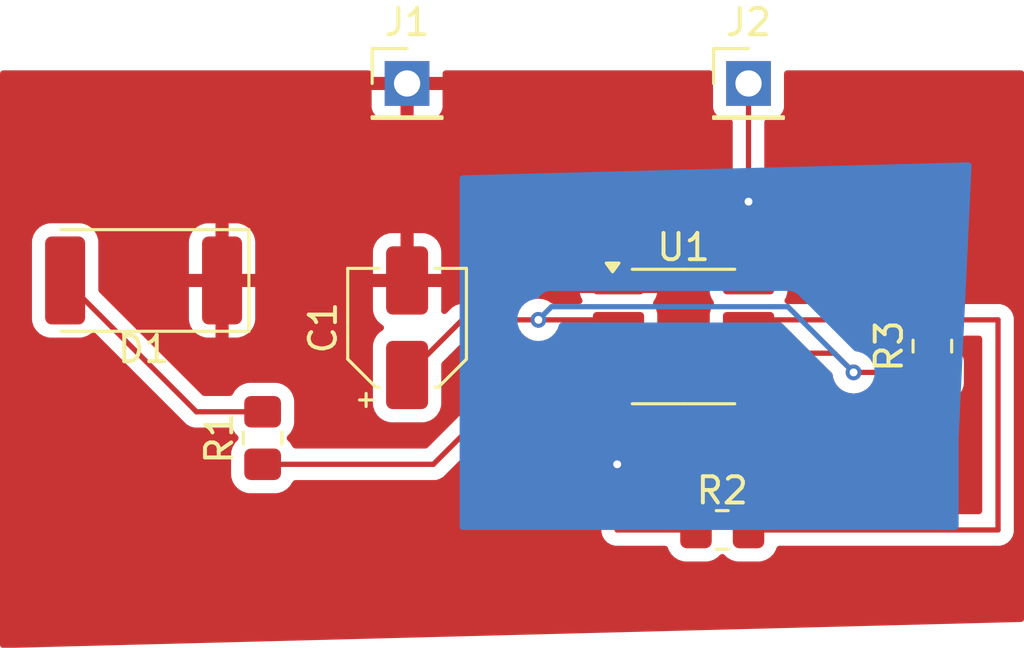
<source format=kicad_pcb>
(kicad_pcb (version 20240108) (generator "pcbnew") (generator_version "8.0")
  (layers (0 "F.Cu" signal) (31 "B.Cu" signal) (34 "B.Paste" user) (35 "F.Paste" user) (36 "B.SilkS" user "B.Silkscreen") (37 "F.SilkS" user "F.Silkscreen") (38 "B.Mask" user) (39 "F.Mask" user) (44 "Edge.Cuts" user))
  (net 0 "")
  (net 1 "GND")
  (net 2 "Net-(U1-THR)")
  (net 3 "Net-(D1-A)")
  (net 4 "Net-(U1-Q)")
  (net 5 "9V")
  (net 6 "Net-(U1-DIS)")
  (footprint "LED_SMD:LED_2512_6332Metric_Pad1.52x3.35mm_HandSolder" (layer "F.Cu") (at 123.9675 62.5 180)
    (property "Reference" "D1" (at 0 -2.62 180) (layer "F.SilkS"))
    (property "Value" "LED")
    (fp_line (start 3.15 -1.935) (end -4.01 -1.935) (stroke (width 0.12)) (layer "F.SilkS"))
    (fp_line (start -4.01 1.935) (end 3.15 1.935) (stroke (width 0.12)) (layer "F.SilkS"))
    (fp_line (start -4.01 -1.935) (end -4.01 1.935) (stroke (width 0.12)) (layer "F.SilkS"))
    (pad "1" smd roundrect (at -2.9875 0 180) (size 1.525 3.35) (layers "F.Cu" "F.Paste" "F.Mask") (roundrect_rratio 0.163934) (net 1 "GND"))
    (pad "2" smd roundrect (at 2.9875 0 180) (size 1.525 3.35) (layers "F.Cu" "F.Paste" "F.Mask") (roundrect_rratio 0.163934) (net 3 "Net-(D1-A)"))
  )
  (footprint "Connector_PinHeader_2.54mm:PinHeader_1x01_P2.54mm_Vertical" (layer "F.Cu") (at 134 55)
    (property "Reference" "J1" (at 0 -2.33 0) (layer "F.SilkS"))
    (property "Value" "Conn_01x01_Pin")
    (fp_line (start -1.33 -1.33) (end 0 -1.33) (stroke (width 0.12)) (layer "F.SilkS"))
    (fp_line (start -1.33 0) (end -1.33 -1.33) (stroke (width 0.12)) (layer "F.SilkS"))
    (fp_line (start -1.33 1.27) (end -1.33 1.33) (stroke (width 0.12)) (layer "F.SilkS"))
    (fp_line (start -1.33 1.27) (end 1.33 1.27) (stroke (width 0.12)) (layer "F.SilkS"))
    (fp_line (start -1.33 1.33) (end 1.33 1.33) (stroke (width 0.12)) (layer "F.SilkS"))
    (fp_line (start 1.33 1.27) (end 1.33 1.33) (stroke (width 0.12)) (layer "F.SilkS"))
    (pad "1" thru_hole rect (at 0 0) (size 1.7 1.7) (drill 1) (layers "*.Cu" "*.Mask") (net 1 "GND"))
  )
  (footprint "Resistor_SMD:R_0805_2012Metric_Pad1.20x1.40mm_HandSolder" (layer "F.Cu") (at 128.5 68.5 90)
    (property "Reference" "R1" (at 0 -1.65 270) (layer "F.SilkS"))
    (property "Value" "1K")
    (fp_line (start -0.227064 -0.735) (end 0.227064 -0.735) (stroke (width 0.12)) (layer "F.SilkS"))
    (fp_line (start -0.227064 0.735) (end 0.227064 0.735) (stroke (width 0.12)) (layer "F.SilkS"))
    (pad "1" smd roundrect (at -1 0 90) (size 1.2 1.4) (layers "F.Cu" "F.Paste" "F.Mask") (roundrect_rratio 0.208333) (net 4 "Net-(U1-Q)"))
    (pad "2" smd roundrect (at 1 0 90) (size 1.2 1.4) (layers "F.Cu" "F.Paste" "F.Mask") (roundrect_rratio 0.208333) (net 3 "Net-(D1-A)"))
  )
  (footprint "Resistor_SMD:R_0805_2012Metric_Pad1.20x1.40mm_HandSolder" (layer "F.Cu") (at 154 65 90)
    (property "Reference" "R3" (at 0 -1.65 270) (layer "F.SilkS"))
    (property "Value" "470K")
    (fp_line (start -0.227064 -0.735) (end 0.227064 -0.735) (stroke (width 0.12)) (layer "F.SilkS"))
    (fp_line (start -0.227064 0.735) (end 0.227064 0.735) (stroke (width 0.12)) (layer "F.SilkS"))
    (pad "1" smd roundrect (at -1 0 90) (size 1.2 1.4) (layers "F.Cu" "F.Paste" "F.Mask") (roundrect_rratio 0.208333) (net 2 "Net-(U1-THR)"))
    (pad "2" smd roundrect (at 1 0 90) (size 1.2 1.4) (layers "F.Cu" "F.Paste" "F.Mask") (roundrect_rratio 0.208333) (net 6 "Net-(U1-DIS)"))
  )
  (footprint "Resistor_SMD:R_0805_2012Metric_Pad1.20x1.40mm_HandSolder" (layer "F.Cu") (at 146 72)
    (property "Reference" "R2" (at 0 -1.5 0) (layer "F.SilkS"))
    (property "Value" "1K")
    (fp_line (start -0.227064 -0.735) (end 0.227064 -0.735) (stroke (width 0.12)) (layer "F.SilkS"))
    (fp_line (start -0.227064 0.735) (end 0.227064 0.735) (stroke (width 0.12)) (layer "F.SilkS"))
    (pad "1" smd roundrect (at -1 0) (size 1.2 1.4) (layers "F.Cu" "F.Paste" "F.Mask") (roundrect_rratio 0.208333) (net 5 "9V"))
    (pad "2" smd roundrect (at 1 0) (size 1.2 1.4) (layers "F.Cu" "F.Paste" "F.Mask") (roundrect_rratio 0.208333) (net 6 "Net-(U1-DIS)"))
  )
  (footprint "Capacitor_SMD:CP_Elec_4x5.3" (layer "F.Cu") (at 134 64.3 90)
    (property "Reference" "C1" (at 0 -3.2 270) (layer "F.SilkS"))
    (property "Value" "C")
    (fp_line (start 2.26 -2.26) (end 2.26 -1.06) (stroke (width 0.12)) (layer "F.SilkS"))
    (fp_line (start -1.195563 -2.26) (end 2.26 -2.26) (stroke (width 0.12)) (layer "F.SilkS"))
    (fp_line (start -2.75 -1.81) (end -2.75 -1.31) (stroke (width 0.12)) (layer "F.SilkS"))
    (fp_line (start -3 -1.56) (end -2.5 -1.56) (stroke (width 0.12)) (layer "F.SilkS"))
    (fp_line (start -2.26 -1.195563) (end -1.195563 -2.26) (stroke (width 0.12)) (layer "F.SilkS"))
    (fp_line (start -2.26 -1.195563) (end -2.26 -1.06) (stroke (width 0.12)) (layer "F.SilkS"))
    (fp_line (start -2.26 1.195563) (end -2.26 1.06) (stroke (width 0.12)) (layer "F.SilkS"))
    (fp_line (start -2.26 1.195563) (end -1.195563 2.26) (stroke (width 0.12)) (layer "F.SilkS"))
    (fp_line (start 2.26 2.26) (end 2.26 1.06) (stroke (width 0.12)) (layer "F.SilkS"))
    (fp_line (start -1.195563 2.26) (end 2.26 2.26) (stroke (width 0.12)) (layer "F.SilkS"))
    (pad "1" smd roundrect (at -1.8 0 90) (size 2.6 1.6) (layers "F.Cu" "F.Paste" "F.Mask") (roundrect_rratio 0.15625) (net 2 "Net-(U1-THR)"))
    (pad "2" smd roundrect (at 1.8 0 90) (size 2.6 1.6) (layers "F.Cu" "F.Paste" "F.Mask") (roundrect_rratio 0.15625) (net 1 "GND"))
  )
  (footprint "Connector_PinHeader_2.54mm:PinHeader_1x01_P2.54mm_Vertical" (layer "F.Cu") (at 147 55)
    (property "Reference" "J2" (at 0 -2.33 0) (layer "F.SilkS"))
    (property "Value" "Conn_01x01_Pin")
    (fp_line (start -1.33 -1.33) (end 0 -1.33) (stroke (width 0.12)) (layer "F.SilkS"))
    (fp_line (start -1.33 0) (end -1.33 -1.33) (stroke (width 0.12)) (layer "F.SilkS"))
    (fp_line (start -1.33 1.27) (end -1.33 1.33) (stroke (width 0.12)) (layer "F.SilkS"))
    (fp_line (start -1.33 1.27) (end 1.33 1.27) (stroke (width 0.12)) (layer "F.SilkS"))
    (fp_line (start -1.33 1.33) (end 1.33 1.33) (stroke (width 0.12)) (layer "F.SilkS"))
    (fp_line (start 1.33 1.27) (end 1.33 1.33) (stroke (width 0.12)) (layer "F.SilkS"))
    (pad "1" thru_hole rect (at 0 0) (size 1.7 1.7) (drill 1) (layers "*.Cu" "*.Mask") (net 5 "9V"))
  )
  (footprint "Package_SO:SOIC-8_3.9x4.9mm_P1.27mm" (layer "F.Cu") (at 144.525 64.635)
    (property "Reference" "U1" (at 0 -3.4 0) (layer "F.SilkS"))
    (property "Value" "ICM7555xB")
    (fp_line (start 0 -2.56) (end -1.95 -2.56) (stroke (width 0.12)) (layer "F.SilkS"))
    (fp_line (start 0 -2.56) (end 1.95 -2.56) (stroke (width 0.12)) (layer "F.SilkS"))
    (fp_line (start 0 2.56) (end -1.95 2.56) (stroke (width 0.12)) (layer "F.SilkS"))
    (fp_line (start 0 2.56) (end 1.95 2.56) (stroke (width 0.12)) (layer "F.SilkS"))
    (fp_poly (pts (xy -2.7 -2.465) (xy -2.94 -2.795) (xy -2.46 -2.795) (xy -2.7 -2.465)) (stroke (width 0.12)) (fill solid) (layer "F.SilkS"))
    (pad "1" smd roundrect (at -2.475 -1.905) (size 1.95 0.6) (layers "F.Cu" "F.Paste" "F.Mask") (net 1 "GND"))
    (pad "2" smd roundrect (at -2.475 -0.635) (size 1.95 0.6) (layers "F.Cu" "F.Paste" "F.Mask") (net 2 "Net-(U1-THR)"))
    (pad "3" smd roundrect (at -2.475 0.635) (size 1.95 0.6) (layers "F.Cu" "F.Paste" "F.Mask") (net 4 "Net-(U1-Q)"))
    (pad "4" smd roundrect (at -2.475 1.905) (size 1.95 0.6) (layers "F.Cu" "F.Paste" "F.Mask") (net 5 "9V"))
    (pad "5" smd roundrect (at 2.475 1.905) (size 1.95 0.6) (layers "F.Cu" "F.Paste" "F.Mask"))
    (pad "6" smd roundrect (at 2.475 0.635) (size 1.95 0.6) (layers "F.Cu" "F.Paste" "F.Mask") (net 2 "Net-(U1-THR)"))
    (pad "7" smd roundrect (at 2.475 -0.635) (size 1.95 0.6) (layers "F.Cu" "F.Paste" "F.Mask") (net 6 "Net-(U1-DIS)"))
    (pad "8" smd roundrect (at 2.475 -1.905) (size 1.95 0.6) (layers "F.Cu" "F.Paste" "F.Mask") (net 5 "9V"))
  )
  (segment (start 141.82 62.5) (end 142.05 62.73) (width 0.2) (layer "F.Cu") (net 1))
  (segment (start 134 62.5) (end 141.82 62.5) (width 0.2) (layer "F.Cu") (net 1))
  (segment (start 126.955 62.5) (end 134 62.5) (width 0.2) (layer "F.Cu") (net 1))
  (segment (start 134 62.5) (end 134 55) (width 0.2) (layer "F.Cu") (net 1))
  (segment (start 147 65.27) (end 150.27 65.27) (width 0.2) (layer "F.Cu") (net 2))
  (segment (start 142.05 64) (end 139 64) (width 0.2) (layer "F.Cu") (net 2))
  (segment (start 139 64) (end 136.1 64) (width 0.2) (layer "F.Cu") (net 2))
  (segment (start 154 66) (end 151 66) (width 0.2) (layer "F.Cu") (net 2))
  (segment (start 150.27 65.27) (end 151 66) (width 0.2) (layer "F.Cu") (net 2))
  (segment (start 136.1 64) (end 134 66.1) (width 0.2) (layer "F.Cu") (net 2))
  (via (at 151 66) (size 0.6) (drill 0.3) (layers "F.Cu" "B.Cu") (net 2))
  (via (at 139 64) (size 0.6) (drill 0.3) (layers "F.Cu" "B.Cu") (net 2))
  (segment (start 139.5 63.5) (end 148.5 63.5) (width 0.2) (layer "B.Cu") (net 2))
  (segment (start 148.5 63.5) (end 151 66) (width 0.2) (layer "B.Cu") (net 2))
  (segment (start 139 64) (end 139.5 63.5) (width 0.2) (layer "B.Cu") (net 2))
  (segment (start 125.98 67.5) (end 128.5 67.5) (width 0.2) (layer "F.Cu") (net 3))
  (segment (start 120.98 62.5) (end 125.98 67.5) (width 0.2) (layer "F.Cu") (net 3))
  (segment (start 128.5 69.5) (end 135 69.5) (width 0.2) (layer "F.Cu") (net 4))
  (segment (start 135 69.5) (end 139.23 65.27) (width 0.2) (layer "F.Cu") (net 4))
  (segment (start 139.23 65.27) (end 142.05 65.27) (width 0.2) (layer "F.Cu") (net 4))
  (segment (start 142 72) (end 145 72) (width 0.2) (layer "F.Cu") (net 5))
  (segment (start 147 55) (end 147 59.5) (width 0.2) (layer "F.Cu") (net 5))
  (segment (start 147 62.73) (end 147 59.5) (width 0.2) (layer "F.Cu") (net 5))
  (segment (start 142.05 71.95) (end 142 72) (width 0.2) (layer "F.Cu") (net 5))
  (segment (start 142 69.5) (end 142.05 69.55) (width 0.2) (layer "F.Cu") (net 5))
  (segment (start 142.05 69.45) (end 142 69.5) (width 0.2) (layer "F.Cu") (net 5))
  (segment (start 142.05 69.55) (end 142.05 71.95) (width 0.2) (layer "F.Cu") (net 5))
  (segment (start 142.05 66.54) (end 142.05 69.45) (width 0.2) (layer "F.Cu") (net 5))
  (via (at 142 69.5) (size 0.6) (drill 0.3) (layers "F.Cu" "B.Cu") (net 5))
  (via (at 147 59.5) (size 0.6) (drill 0.3) (layers "F.Cu" "B.Cu") (net 5))
  (segment (start 137 59.5) (end 147 59.5) (width 0.2) (layer "B.Cu") (net 5))
  (segment (start 137 70) (end 137 59.5) (width 0.2) (layer "B.Cu") (net 5))
  (segment (start 142 69.5) (end 137.5 69.5) (width 0.2) (layer "B.Cu") (net 5))
  (segment (start 137.5 69.5) (end 137 70) (width 0.2) (layer "B.Cu") (net 5))
  (segment (start 147 72) (end 156.5 72) (width 0.2) (layer "F.Cu") (net 6))
  (segment (start 154 64) (end 147 64) (width 0.2) (layer "F.Cu") (net 6))
  (segment (start 156.5 72) (end 156.5 64) (width 0.2) (layer "F.Cu") (net 6))
  (segment (start 156.5 64) (end 154 64) (width 0.2) (layer "F.Cu") (net 6))
  (zone (net 1) (net_name "GND") (layer "F.Cu") (connect_pads (clearance 0.5)) (min_thickness 0.25) (fill yes (thermal_gap 0.5) (thermal_bridge_width 0.5))
    (polygon (pts (xy 157.5 54.5) (xy 118.5 54.5) (xy 118.5 76.5) (xy 157.5 75.5)))
  )
  (zone (net 5) (net_name "9V") (layer "B.Cu") (priority 1) (connect_pads (clearance 0.5)) (min_thickness 0.25) (fill yes (thermal_gap 0.5) (thermal_bridge_width 0.5))
    (polygon (pts (xy 155.5 58) (xy 136 58.5) (xy 136 72) (xy 155 72) (xy 155 68.5)))
  )
)
</source>
